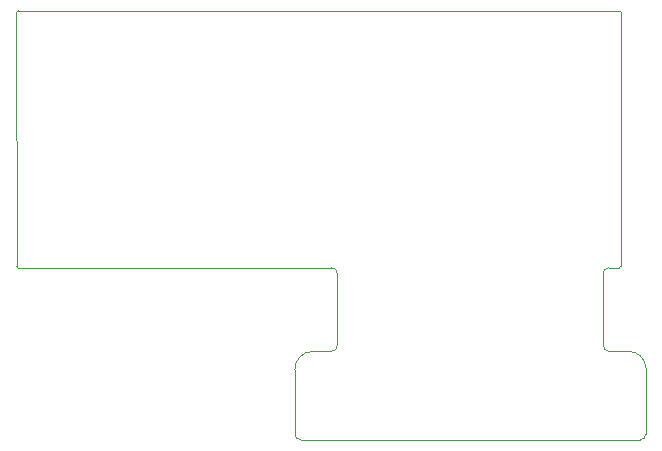
<source format=gbr>
%TF.GenerationSoftware,KiCad,Pcbnew,(6.0.11-0)*%
%TF.CreationDate,2023-07-31T17:49:37-05:00*%
%TF.ProjectId,PicoDVI-N64,5069636f-4456-4492-9d4e-36342e6b6963,rev?*%
%TF.SameCoordinates,Original*%
%TF.FileFunction,Profile,NP*%
%FSLAX46Y46*%
G04 Gerber Fmt 4.6, Leading zero omitted, Abs format (unit mm)*
G04 Created by KiCad (PCBNEW (6.0.11-0)) date 2023-07-31 17:49:37*
%MOMM*%
%LPD*%
G01*
G04 APERTURE LIST*
%TA.AperFunction,Profile*%
%ADD10C,0.050000*%
%TD*%
G04 APERTURE END LIST*
D10*
X147075000Y-102005000D02*
X120563515Y-102026467D01*
X173695000Y-110505000D02*
X173696460Y-116096460D01*
X145495000Y-109094987D02*
G75*
G03*
X143975000Y-110690000I-5300J-1516713D01*
G01*
X120569994Y-80265683D02*
G75*
G03*
X120370000Y-80440622I-17994J-181217D01*
G01*
X171429999Y-102021454D02*
G75*
G03*
X171570000Y-101895000I-29199J173054D01*
G01*
X170078516Y-108596484D02*
G75*
G03*
X170578516Y-109096484I500084J84D01*
G01*
X170568540Y-102019940D02*
G75*
G03*
X170068540Y-102520000I60J-500060D01*
G01*
X172200000Y-109100000D02*
X170578516Y-109096484D01*
X120420004Y-101890000D02*
G75*
G03*
X120563515Y-102026467I143296J7000D01*
G01*
X173695000Y-110505000D02*
G75*
G03*
X172200000Y-109100000I-1447575J-42419D01*
G01*
X120420000Y-101890000D02*
X120370000Y-80440622D01*
X171430000Y-102021460D02*
X170568540Y-102020000D01*
X143975000Y-110690000D02*
X143978511Y-116096478D01*
X171605016Y-80414999D02*
G75*
G03*
X171426460Y-80248540I-178616J-12601D01*
G01*
X143978522Y-116096478D02*
G75*
G03*
X144478511Y-116596478I500078J78D01*
G01*
X170068540Y-102520000D02*
X170078516Y-108596484D01*
X120570000Y-80265622D02*
X171426460Y-80248540D01*
X173196460Y-116596460D02*
G75*
G03*
X173696460Y-116096460I-60J500060D01*
G01*
X173196460Y-116596460D02*
X144478511Y-116596478D01*
X171570000Y-101895000D02*
X171605000Y-80415000D01*
X147071460Y-109096460D02*
X145495000Y-109095000D01*
X147575000Y-102505000D02*
G75*
G03*
X147075000Y-102005000I-500000J0D01*
G01*
X147071460Y-109096460D02*
G75*
G03*
X147571460Y-108596460I-60J500060D01*
G01*
X147571460Y-108596460D02*
X147575000Y-102505000D01*
M02*

</source>
